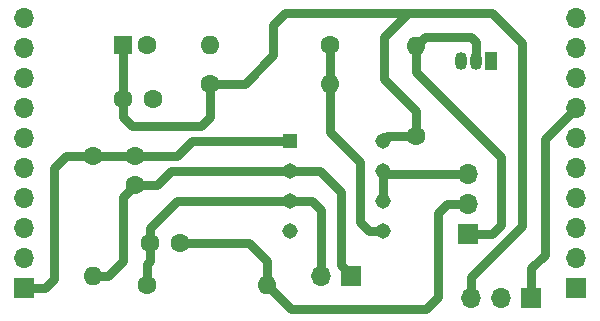
<source format=gbr>
%TF.GenerationSoftware,KiCad,Pcbnew,(5.1.7)-1*%
%TF.CreationDate,2020-12-07T21:27:36+00:00*%
%TF.ProjectId,PiezzCircuit,5069657a-7a43-4697-9263-7569742e6b69,rev?*%
%TF.SameCoordinates,Original*%
%TF.FileFunction,Copper,L1,Top*%
%TF.FilePolarity,Positive*%
%FSLAX46Y46*%
G04 Gerber Fmt 4.6, Leading zero omitted, Abs format (unit mm)*
G04 Created by KiCad (PCBNEW (5.1.7)-1) date 2020-12-07 21:27:36*
%MOMM*%
%LPD*%
G01*
G04 APERTURE LIST*
%TA.AperFunction,ComponentPad*%
%ADD10O,1.700000X1.700000*%
%TD*%
%TA.AperFunction,ComponentPad*%
%ADD11R,1.700000X1.700000*%
%TD*%
%TA.AperFunction,ComponentPad*%
%ADD12R,1.050000X1.500000*%
%TD*%
%TA.AperFunction,ComponentPad*%
%ADD13O,1.050000X1.500000*%
%TD*%
%TA.AperFunction,ComponentPad*%
%ADD14C,1.308000*%
%TD*%
%TA.AperFunction,ComponentPad*%
%ADD15R,1.308000X1.308000*%
%TD*%
%TA.AperFunction,ComponentPad*%
%ADD16O,1.600000X1.600000*%
%TD*%
%TA.AperFunction,ComponentPad*%
%ADD17C,1.600000*%
%TD*%
%TA.AperFunction,ComponentPad*%
%ADD18R,1.600000X1.600000*%
%TD*%
%TA.AperFunction,Conductor*%
%ADD19C,0.750000*%
%TD*%
G04 APERTURE END LIST*
D10*
%TO.P,J6,10*%
%TO.N,GND*%
X86106000Y-21590000D03*
%TO.P,J6,9*%
%TO.N,Net-(J6-Pad9)*%
X86106000Y-24130000D03*
%TO.P,J6,8*%
%TO.N,Net-(J6-Pad8)*%
X86106000Y-26670000D03*
%TO.P,J6,7*%
%TO.N,Net-(J6-Pad7)*%
X86106000Y-29210000D03*
%TO.P,J6,6*%
%TO.N,Net-(J6-Pad6)*%
X86106000Y-31750000D03*
%TO.P,J6,5*%
%TO.N,Net-(J6-Pad5)*%
X86106000Y-34290000D03*
%TO.P,J6,4*%
%TO.N,Net-(J6-Pad4)*%
X86106000Y-36830000D03*
%TO.P,J6,3*%
%TO.N,Net-(J6-Pad3)*%
X86106000Y-39370000D03*
%TO.P,J6,2*%
%TO.N,Net-(J6-Pad2)*%
X86106000Y-41910000D03*
D11*
%TO.P,J6,1*%
%TO.N,Net-(J6-Pad1)*%
X86106000Y-44450000D03*
%TD*%
D10*
%TO.P,J7,3*%
%TO.N,VDD*%
X77216000Y-45339000D03*
%TO.P,J7,2*%
%TO.N,GND*%
X79756000Y-45339000D03*
D11*
%TO.P,J7,1*%
%TO.N,Net-(J6-Pad7)*%
X82296000Y-45339000D03*
%TD*%
D10*
%TO.P,J2,3*%
%TO.N,Net-(J2-Pad3)*%
X76962000Y-34798000D03*
%TO.P,J2,2*%
%TO.N,Net-(C2-Pad2)*%
X76962000Y-37338000D03*
D11*
%TO.P,J2,1*%
%TO.N,Net-(J2-Pad1)*%
X76962000Y-39878000D03*
%TD*%
D10*
%TO.P,J1,2*%
%TO.N,Net-(C2-Pad1)*%
X64516000Y-43434000D03*
D11*
%TO.P,J1,1*%
%TO.N,Net-(C1-Pad2)*%
X67056000Y-43434000D03*
%TD*%
%TO.P,J3,1*%
%TO.N,Net-(C1-Pad1)*%
X39370000Y-44450000D03*
D10*
%TO.P,J3,2*%
%TO.N,Net-(J3-Pad2)*%
X39370000Y-41910000D03*
%TO.P,J3,3*%
%TO.N,Net-(J3-Pad3)*%
X39370000Y-39370000D03*
%TO.P,J3,4*%
%TO.N,Net-(J3-Pad4)*%
X39370000Y-36830000D03*
%TO.P,J3,5*%
%TO.N,Net-(J3-Pad5)*%
X39370000Y-34290000D03*
%TO.P,J3,6*%
%TO.N,Net-(J3-Pad6)*%
X39370000Y-31750000D03*
%TO.P,J3,7*%
%TO.N,Net-(J3-Pad7)*%
X39370000Y-29210000D03*
%TO.P,J3,8*%
%TO.N,Net-(J3-Pad8)*%
X39370000Y-26670000D03*
%TO.P,J3,9*%
%TO.N,Net-(J3-Pad9)*%
X39370000Y-24130000D03*
%TO.P,J3,10*%
%TO.N,Net-(J3-Pad10)*%
X39370000Y-21590000D03*
%TD*%
D12*
%TO.P,U2,1*%
%TO.N,N/C*%
X78867000Y-25273000D03*
D13*
%TO.P,U2,3*%
%TO.N,GND*%
X76327000Y-25273000D03*
%TO.P,U2,2*%
%TO.N,Net-(J2-Pad1)*%
X77597000Y-25273000D03*
%TD*%
D14*
%TO.P,U1,7*%
%TO.N,Net-(J2-Pad3)*%
X69721000Y-34544000D03*
%TO.P,U1,6*%
X69721000Y-37084000D03*
%TO.P,U1,8*%
%TO.N,VDD*%
X69721000Y-32004000D03*
%TO.P,U1,5*%
%TO.N,Net-(R4-Pad2)*%
X69721000Y-39624000D03*
D15*
%TO.P,U1,1*%
%TO.N,Net-(C1-Pad1)*%
X61851000Y-32004000D03*
D14*
%TO.P,U1,4*%
%TO.N,GND*%
X61851000Y-39624000D03*
%TO.P,U1,2*%
%TO.N,Net-(C1-Pad2)*%
X61851000Y-34544000D03*
%TO.P,U1,3*%
%TO.N,Net-(C2-Pad1)*%
X61851000Y-37084000D03*
%TD*%
D16*
%TO.P,R5,2*%
%TO.N,GND*%
X55118000Y-23876000D03*
D17*
%TO.P,R5,1*%
%TO.N,Net-(R4-Pad2)*%
X65278000Y-23876000D03*
%TD*%
D16*
%TO.P,R4,2*%
%TO.N,Net-(R4-Pad2)*%
X65278000Y-27178000D03*
D17*
%TO.P,R4,1*%
%TO.N,VDD*%
X55118000Y-27178000D03*
%TD*%
D16*
%TO.P,R3,2*%
%TO.N,Net-(J2-Pad1)*%
X72517000Y-24003000D03*
D17*
%TO.P,R3,1*%
%TO.N,VDD*%
X72517000Y-31623000D03*
%TD*%
D16*
%TO.P,R2,2*%
%TO.N,Net-(C2-Pad2)*%
X59944000Y-44196000D03*
D17*
%TO.P,R2,1*%
%TO.N,Net-(C2-Pad1)*%
X49784000Y-44196000D03*
%TD*%
D16*
%TO.P,R1,2*%
%TO.N,Net-(C1-Pad2)*%
X45212000Y-43434000D03*
D17*
%TO.P,R1,1*%
%TO.N,Net-(C1-Pad1)*%
X45212000Y-33274000D03*
%TD*%
%TO.P,C4,2*%
%TO.N,GND*%
X49752000Y-23876000D03*
D18*
%TO.P,C4,1*%
%TO.N,VDD*%
X47752000Y-23876000D03*
%TD*%
D17*
%TO.P,C3,2*%
%TO.N,GND*%
X50252000Y-28448000D03*
%TO.P,C3,1*%
%TO.N,VDD*%
X47752000Y-28448000D03*
%TD*%
%TO.P,C2,2*%
%TO.N,Net-(C2-Pad2)*%
X52538000Y-40640000D03*
%TO.P,C2,1*%
%TO.N,Net-(C2-Pad1)*%
X50038000Y-40640000D03*
%TD*%
%TO.P,C1,2*%
%TO.N,Net-(C1-Pad2)*%
X48768000Y-35774000D03*
%TO.P,C1,1*%
%TO.N,Net-(C1-Pad1)*%
X48768000Y-33274000D03*
%TD*%
D19*
%TO.N,Net-(C1-Pad2)*%
X48768000Y-35774000D02*
X50586000Y-35774000D01*
X51816000Y-34544000D02*
X61851000Y-34544000D01*
X50586000Y-35774000D02*
X51816000Y-34544000D01*
X45212000Y-43434000D02*
X46482000Y-43434000D01*
X46482000Y-43434000D02*
X47752000Y-42164000D01*
X47752000Y-36790000D02*
X48768000Y-35774000D01*
X47752000Y-42164000D02*
X47752000Y-36790000D01*
X66167000Y-42545000D02*
X67056000Y-43434000D01*
X66167000Y-36322000D02*
X66167000Y-42545000D01*
X64389000Y-34544000D02*
X66167000Y-36322000D01*
X61851000Y-34544000D02*
X64389000Y-34544000D01*
%TO.N,Net-(C1-Pad1)*%
X48768000Y-33274000D02*
X52324000Y-33274000D01*
X53594000Y-32004000D02*
X61851000Y-32004000D01*
X52324000Y-33274000D02*
X53594000Y-32004000D01*
X48768000Y-33274000D02*
X45212000Y-33274000D01*
X45212000Y-33274000D02*
X42926000Y-33274000D01*
X42926000Y-33274000D02*
X41910000Y-34290000D01*
X41910000Y-34290000D02*
X41910000Y-43688000D01*
X41148000Y-44450000D02*
X39370000Y-44450000D01*
X41910000Y-43688000D02*
X41148000Y-44450000D01*
%TO.N,Net-(C2-Pad2)*%
X59944000Y-44196000D02*
X59944000Y-42164000D01*
X58420000Y-40640000D02*
X52538000Y-40640000D01*
X59944000Y-42164000D02*
X58420000Y-40640000D01*
X59944000Y-44196000D02*
X61976000Y-46228000D01*
X61976000Y-46228000D02*
X73406000Y-46228000D01*
X73406000Y-46228000D02*
X74422000Y-45212000D01*
X74422000Y-45212000D02*
X74422000Y-38100000D01*
X75184000Y-37338000D02*
X76962000Y-37338000D01*
X74422000Y-38100000D02*
X75184000Y-37338000D01*
%TO.N,Net-(C2-Pad1)*%
X49784000Y-42418000D02*
X49784000Y-44196000D01*
X50038000Y-42164000D02*
X49784000Y-42418000D01*
X50038000Y-40640000D02*
X50038000Y-42164000D01*
X50038000Y-40640000D02*
X50038000Y-39370000D01*
X52324000Y-37084000D02*
X61851000Y-37084000D01*
X50038000Y-39370000D02*
X52324000Y-37084000D01*
X64516000Y-43434000D02*
X64516000Y-37846000D01*
X63754000Y-37084000D02*
X61851000Y-37084000D01*
X64516000Y-37846000D02*
X63754000Y-37084000D01*
%TO.N,VDD*%
X47752000Y-23876000D02*
X47752000Y-28448000D01*
X47752000Y-28448000D02*
X47752000Y-29972000D01*
X47752000Y-29972000D02*
X48514000Y-30734000D01*
X48514000Y-30734000D02*
X54356000Y-30734000D01*
X55118000Y-29972000D02*
X55118000Y-27178000D01*
X54356000Y-30734000D02*
X55118000Y-29972000D01*
X69850000Y-23241000D02*
X71882000Y-21209000D01*
X72517000Y-29464000D02*
X69850000Y-26797000D01*
X69850000Y-26797000D02*
X69850000Y-23241000D01*
X72517000Y-31623000D02*
X72517000Y-29464000D01*
X55118000Y-27178000D02*
X58039000Y-27178000D01*
X58039000Y-27178000D02*
X60452000Y-24765000D01*
X60452000Y-24765000D02*
X60452000Y-22225000D01*
X61468000Y-21209000D02*
X71882000Y-21209000D01*
X60452000Y-22225000D02*
X61468000Y-21209000D01*
X70102000Y-31623000D02*
X69721000Y-32004000D01*
X72517000Y-31623000D02*
X70102000Y-31623000D01*
X78994000Y-21209000D02*
X71882000Y-21209000D01*
X81534000Y-23749000D02*
X78994000Y-21209000D01*
X81534000Y-39243000D02*
X81534000Y-23749000D01*
X77216000Y-43561000D02*
X81534000Y-39243000D01*
X77216000Y-43561000D02*
X77216000Y-45339000D01*
%TO.N,Net-(R4-Pad2)*%
X69721000Y-39624000D02*
X68580000Y-39624000D01*
X68580000Y-39624000D02*
X67818000Y-38862000D01*
X67818000Y-38862000D02*
X67818000Y-33782000D01*
X65278000Y-31242000D02*
X65278000Y-27178000D01*
X67818000Y-33782000D02*
X65278000Y-31242000D01*
X65278000Y-27178000D02*
X65278000Y-23876000D01*
%TO.N,Net-(J6-Pad7)*%
X82296000Y-45339000D02*
X82296000Y-42799000D01*
X82296000Y-42799000D02*
X83439000Y-41656000D01*
X83439000Y-31877000D02*
X86106000Y-29210000D01*
X83439000Y-41656000D02*
X83439000Y-31877000D01*
%TO.N,Net-(J2-Pad3)*%
X69850000Y-34544000D02*
X70104000Y-34798000D01*
X69721000Y-34544000D02*
X69850000Y-34544000D01*
X76962000Y-34798000D02*
X70104000Y-34798000D01*
X69721000Y-34544000D02*
X69721000Y-37084000D01*
%TO.N,Net-(J2-Pad1)*%
X76962000Y-39878000D02*
X76835000Y-40005000D01*
X76835000Y-40005000D02*
X77216000Y-39624000D01*
X76962000Y-39878000D02*
X78994000Y-39878000D01*
X78994000Y-39878000D02*
X79756000Y-39116000D01*
X79756000Y-39116000D02*
X79756000Y-33401000D01*
X79756000Y-33401000D02*
X76581000Y-30226000D01*
X72517000Y-26162000D02*
X76581000Y-30226000D01*
X72517000Y-24003000D02*
X72517000Y-26162000D01*
X77597000Y-24638000D02*
X77597000Y-25273000D01*
X77597000Y-25273000D02*
X77597000Y-23622000D01*
X77597000Y-23622000D02*
X77216000Y-23241000D01*
X73279000Y-23241000D02*
X72517000Y-24003000D01*
X77216000Y-23241000D02*
X73279000Y-23241000D01*
%TD*%
M02*

</source>
